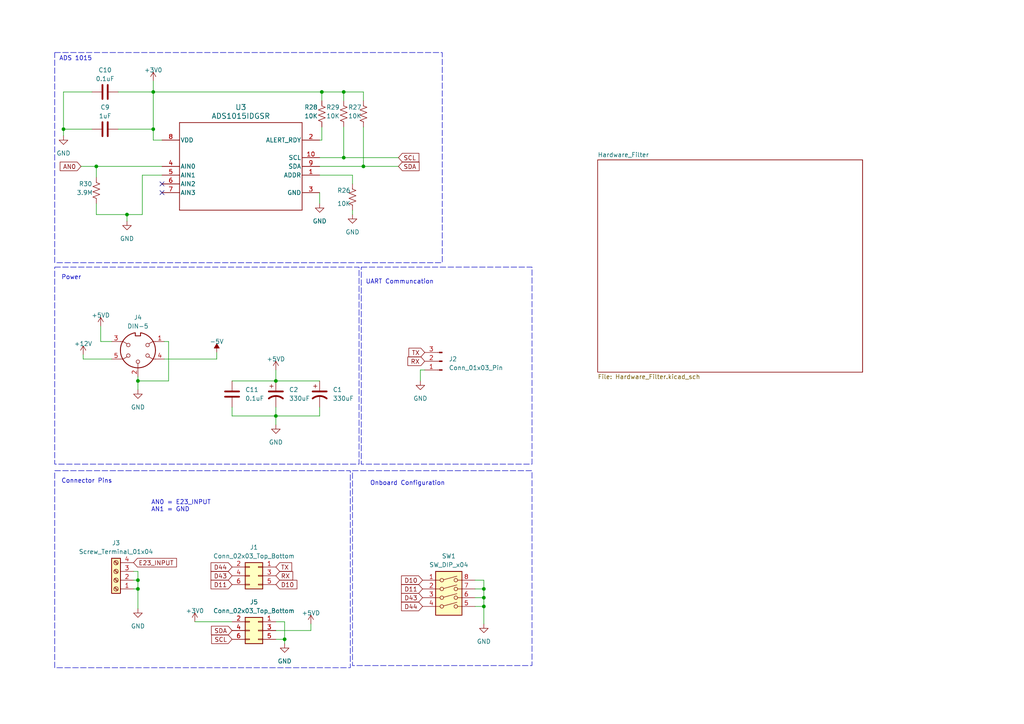
<source format=kicad_sch>
(kicad_sch (version 20231120) (generator "eeschema") (generator_version "8.0")
  (paper "A4")
  (title_block (title "Current Monitoring System (Bottom Board)") (date "2024-03-05") (rev "C1.04") (company "Secured Solutions Group") (comment 1 "David Nguyen") (comment 2 "david@securedsolutionsgroup.com") (comment 3 "(909)-896-1654"))
  (lib_symbols
    (symbol "Connector:Conn_01x03_Pin" (pin_names (offset 1.016) hide)
      (property "Reference" "J" (at 0 5.08 0))
      (property "Value" "Conn_01x03_Pin" (at 0 -5.08 0))
      (symbol "Conn_01x03_Pin_1_1"
        (polyline (pts (xy 1.27 -2.54) (xy 0.8636 -2.54)) (stroke (width 0.1524)))
        (polyline (pts (xy 1.27 0) (xy 0.8636 0)) (stroke (width 0.1524)))
        (polyline (pts (xy 1.27 2.54) (xy 0.8636 2.54)) (stroke (width 0.1524)))
        (rectangle (start 0.8636 -2.413) (end 0 -2.667) (stroke (width 0.1524)) (fill (type outline)))
        (rectangle (start 0.8636 0.127) (end 0 -0.127) (stroke (width 0.1524)) (fill (type outline)))
        (rectangle (start 0.8636 2.667) (end 0 2.413) (stroke (width 0.1524)) (fill (type outline)))
        (pin passive line (at 5.08 2.54 180) (length 3.81) (name "Pin_1") (number "1"))
        (pin passive line (at 5.08 0 180) (length 3.81) (name "Pin_2") (number "2"))
        (pin passive line (at 5.08 -2.54 180) (length 3.81) (name "Pin_3") (number "3"))
      )
    )
    (symbol "Connector:DIN-5" (pin_names (offset 1.016))
      (property "Reference" "J5" (at -0.0001 9.525 0))
      (property "Value" "DIN-5" (at -0.0001 6.985 0))
      (symbol "DIN-5_0_1"
        (arc (start -5.08 0) (mid -3.8609 -3.3364) (end -0.762 -5.08) (stroke (width 0.254)))
        (circle (center -2.794 -1.524) (radius 0.508))
        (circle (center -2.794 1.524) (radius 0.508))
        (polyline (pts (xy 0 5.08) (xy 0 3.81)))
        (polyline (pts (xy -5.08 -2.54) (xy -4.318 -2.54) (xy -3.175 -1.905)))
        (polyline (pts (xy -5.08 2.54) (xy -4.318 2.54) (xy -3.175 1.905)))
        (polyline (pts (xy 5.08 -2.54) (xy 4.318 -2.54) (xy 3.175 -1.905)))
        (polyline (pts (xy 5.08 2.54) (xy 4.318 2.54) (xy 3.175 1.905)))
        (polyline (pts (xy -0.762 -4.953) (xy -0.762 -4.191) (xy 0.762 -4.191) (xy 0.762 -4.953)) (stroke (width 0.254)))
        (circle (center 0 3.302) (radius 0.508))
        (arc (start 0.762 -5.08) (mid 3.8685 -3.343) (end 5.08 0) (stroke (width 0.254)))
        (circle (center 2.794 -1.524) (radius 0.508))
        (circle (center 2.794 1.524) (radius 0.508))
        (arc (start 5.08 0) (mid 0 5.0579) (end -5.08 0) (stroke (width 0.254)))
      )
      (symbol "DIN-5_1_1"
        (pin passive line (at -7.62 -2.54 0) (length 2.54) (name "~") (number "1"))
        (pin passive line (at 0 7.62 270) (length 2.54) (name "~") (number "2"))
        (pin passive line (at 7.62 -2.54 180) (length 2.54) (name "~") (number "3"))
        (pin passive line (at -7.62 2.54 0) (length 2.54) (name "~") (number "4"))
        (pin passive line (at 7.62 2.54 180) (length 2.54) (name "~") (number "5"))
      )
    )
    (symbol "Connector:Screw_Terminal_01x04" (pin_names (offset 1.016) hide)
      (property "Reference" "J" (at 0 5.08 0))
      (property "Value" "Screw_Terminal_01x04" (at 0 -7.62 0))
      (symbol "Screw_Terminal_01x04_1_1"
        (rectangle (start -1.27 3.81) (end 1.27 -6.35) (stroke (width 0.254)) (fill (type background)))
        (circle (center 0 -5.08) (radius 0.635) (stroke (width 0.1524)))
        (circle (center 0 -2.54) (radius 0.635) (stroke (width 0.1524)))
        (polyline (pts (xy -0.5334 -4.7498) (xy 0.3302 -5.588)) (stroke (width 0.1524)))
        (polyline (pts (xy -0.5334 -2.2098) (xy 0.3302 -3.048)) (stroke (width 0.1524)))
        (polyline (pts (xy -0.5334 0.3302) (xy 0.3302 -0.508)) (stroke (width 0.1524)))
        (polyline (pts (xy -0.5334 2.8702) (xy 0.3302 2.032)) (stroke (width 0.1524)))
        (polyline (pts (xy -0.3556 -4.572) (xy 0.508 -5.4102)) (stroke (width 0.1524)))
        (polyline (pts (xy -0.3556 -2.032) (xy 0.508 -2.8702)) (stroke (width 0.1524)))
        (polyline (pts (xy -0.3556 0.508) (xy 0.508 -0.3302)) (stroke (width 0.1524)))
        (polyline (pts (xy -0.3556 3.048) (xy 0.508 2.2098)) (stroke (width 0.1524)))
        (circle (center 0 0) (radius 0.635) (stroke (width 0.1524)))
        (circle (center 0 2.54) (radius 0.635) (stroke (width 0.1524)))
        (pin passive line (at -5.08 2.54 0) (length 3.81) (name "Pin_1") (number "1"))
        (pin passive line (at -5.08 0 0) (length 3.81) (name "Pin_2") (number "2"))
        (pin passive line (at -5.08 -2.54 0) (length 3.81) (name "Pin_3") (number "3"))
        (pin passive line (at -5.08 -5.08 0) (length 3.81) (name "Pin_4") (number "4"))
      )
    )
    (symbol "Connector_Generic:Conn_02x03_Odd_Even" (pin_names (offset 1.016) hide)
      (property "Reference" "J" (at 1.27 5.08 0))
      (property "Value" "Conn_02x03_Odd_Even" (at 1.27 -5.08 0))
      (symbol "Conn_02x03_Odd_Even_1_1"
        (rectangle (start -1.27 -2.413) (end 0 -2.667) (stroke (width 0.1524)))
        (rectangle (start -1.27 0.127) (end 0 -0.127) (stroke (width 0.1524)))
        (rectangle (start -1.27 2.667) (end 0 2.413) (stroke (width 0.1524)))
        (rectangle (start -1.27 3.81) (end 3.81 -3.81) (stroke (width 0.254)) (fill (type background)))
        (rectangle (start 3.81 -2.413) (end 2.54 -2.667) (stroke (width 0.1524)))
        (rectangle (start 3.81 0.127) (end 2.54 -0.127) (stroke (width 0.1524)))
        (rectangle (start 3.81 2.667) (end 2.54 2.413) (stroke (width 0.1524)))
        (pin passive line (at -5.08 2.54 0) (length 3.81) (name "Pin_1") (number "1"))
        (pin passive line (at 7.62 2.54 180) (length 3.81) (name "Pin_2") (number "2"))
        (pin passive line (at -5.08 0 0) (length 3.81) (name "Pin_3") (number "3"))
        (pin passive line (at 7.62 0 180) (length 3.81) (name "Pin_4") (number "4"))
        (pin passive line (at -5.08 -2.54 0) (length 3.81) (name "Pin_5") (number "5"))
        (pin passive line (at 7.62 -2.54 180) (length 3.81) (name "Pin_6") (number "6"))
      )
    )
    (symbol "Device:C" (pin_numbers hide) (pin_names (offset 0.254))
      (property "Reference" "C" (at 0.635 2.54 0))
      (property "Value" "C" (at 0.635 -2.54 0))
      (symbol "C_0_1"
        (polyline (pts (xy -2.032 -0.762) (xy 2.032 -0.762)) (stroke (width 0.508)))
        (polyline (pts (xy -2.032 0.762) (xy 2.032 0.762)) (stroke (width 0.508)))
      )
      (symbol "C_1_1"
        (pin passive line (at 0 3.81 270) (length 2.794) (name "~") (number "1"))
        (pin passive line (at 0 -3.81 90) (length 2.794) (name "~") (number "2"))
      )
    )
    (symbol "Device:C_Polarized_US" (pin_numbers hide) (pin_names (offset 0.254) hide)
      (property "Reference" "C" (at 0.635 2.54 0))
      (property "Value" "C_Polarized_US" (at 0.635 -2.54 0))
      (symbol "C_Polarized_US_0_1"
        (polyline (pts (xy -2.032 0.762) (xy 2.032 0.762)) (stroke (width 0.508)))
        (polyline (pts (xy -1.778 2.286) (xy -0.762 2.286)))
        (polyline (pts (xy -1.27 1.778) (xy -1.27 2.794)))
        (arc (start 2.032 -1.27) (mid 0 -0.5572) (end -2.032 -1.27) (stroke (width 0.508)))
      )
      (symbol "C_Polarized_US_1_1"
        (pin passive line (at 0 3.81 270) (length 2.794) (name "~") (number "1"))
        (pin passive line (at 0 -3.81 90) (length 3.302) (name "~") (number "2"))
      )
    )
    (symbol "Device:R_US" (pin_numbers hide) (pin_names (offset 0))
      (property "Reference" "R" (at 2.54 0 90))
      (property "Value" "R_US" (at -2.54 0 90))
      (symbol "R_US_0_1"
        (polyline (pts (xy 0 -2.286) (xy 0 -2.54)))
        (polyline (pts (xy 0 2.286) (xy 0 2.54)))
        (polyline (pts (xy 0 -0.762) (xy 1.016 -1.143) (xy 0 -1.524) (xy -1.016 -1.905) (xy 0 -2.286)))
        (polyline (pts (xy 0 0.762) (xy 1.016 0.381) (xy 0 0) (xy -1.016 -0.381) (xy 0 -0.762)))
        (polyline (pts (xy 0 2.286) (xy 1.016 1.905) (xy 0 1.524) (xy -1.016 1.143) (xy 0 0.762)))
      )
      (symbol "R_US_1_1"
        (pin passive line (at 0 3.81 270) (length 1.27) (name "~") (number "1"))
        (pin passive line (at 0 -3.81 90) (length 1.27) (name "~") (number "2"))
      )
    )
    (symbol "Switch:SW_DIP_x04" (pin_names (offset 0) hide)
      (property "Reference" "SW" (at 0 8.89 0))
      (property "Value" "SW_DIP_x04" (at 0 -6.35 0))
      (symbol "SW_DIP_x04_0_0"
        (circle (center -2.032 -2.54) (radius 0.508))
        (circle (center -2.032 0) (radius 0.508))
        (circle (center -2.032 2.54) (radius 0.508))
        (circle (center -2.032 5.08) (radius 0.508))
        (polyline (pts (xy -1.524 -2.3876) (xy 2.3622 -1.3462)))
        (polyline (pts (xy -1.524 0.127) (xy 2.3622 1.1684)))
        (polyline (pts (xy -1.524 2.667) (xy 2.3622 3.7084)))
        (polyline (pts (xy -1.524 5.207) (xy 2.3622 6.2484)))
        (circle (center 2.032 -2.54) (radius 0.508))
        (circle (center 2.032 0) (radius 0.508))
        (circle (center 2.032 2.54) (radius 0.508))
        (circle (center 2.032 5.08) (radius 0.508))
      )
      (symbol "SW_DIP_x04_0_1"
        (rectangle (start -3.81 7.62) (end 3.81 -5.08) (stroke (width 0.254)) (fill (type background)))
      )
      (symbol "SW_DIP_x04_1_1"
        (pin passive line (at -7.62 5.08 0) (length 5.08) (name "~") (number "1"))
        (pin passive line (at -7.62 2.54 0) (length 5.08) (name "~") (number "2"))
        (pin passive line (at -7.62 0 0) (length 5.08) (name "~") (number "3"))
        (pin passive line (at -7.62 -2.54 0) (length 5.08) (name "~") (number "4"))
        (pin passive line (at 7.62 -2.54 180) (length 5.08) (name "~") (number "5"))
        (pin passive line (at 7.62 0 180) (length 5.08) (name "~") (number "6"))
        (pin passive line (at 7.62 2.54 180) (length 5.08) (name "~") (number "7"))
        (pin passive line (at 7.62 5.08 180) (length 5.08) (name "~") (number "8"))
      )
    )
    (symbol "ads1015:ADS1015IDGSR" (pin_names (offset 0.254))
      (property "Reference" "U" (at 0 2.54 0))
      (property "Value" "ADS1015IDGSR" (at 0 0 0))
      (symbol "ADS1015IDGSR_0_1"
        (polyline (pts (xy -17.78 -12.7) (xy 17.78 -12.7)) (stroke (width 0.2032)))
        (polyline (pts (xy -17.78 12.7) (xy -17.78 -12.7)) (stroke (width 0.2032)))
        (polyline (pts (xy 17.78 -12.7) (xy 17.78 12.7)) (stroke (width 0.2032)))
        (polyline (pts (xy 17.78 12.7) (xy -17.78 12.7)) (stroke (width 0.2032)))
        (pin input line (at 22.86 -2.54 180) (length 5.08) (name "ADDR") (number "1"))
        (pin input line (at 22.86 2.54 180) (length 5.08) (name "SCL") (number "10"))
        (pin output line (at 22.86 7.62 180) (length 5.08) (name "ALERT_RDY") (number "2"))
        (pin power_in line (at 22.86 -7.62 180) (length 5.08) (name "GND") (number "3"))
        (pin input line (at -22.86 0 0) (length 5.08) (name "AIN0") (number "4"))
        (pin input line (at -22.86 -2.54 0) (length 5.08) (name "AIN1") (number "5"))
        (pin input line (at -22.86 -5.08 0) (length 5.08) (name "AIN2") (number "6"))
        (pin input line (at -22.86 -7.62 0) (length 5.08) (name "AIN3") (number "7"))
        (pin power_in line (at -22.86 7.62 0) (length 5.08) (name "VDD") (number "8"))
        (pin bidirectional line (at 22.86 0 180) (length 5.08) (name "SDA") (number "9"))
      )
    )
    (symbol "power:+12V" (power) (pin_names (offset 0))
      (property "Value" "+12V" (at 0 3.556 0))
      (symbol "+12V_0_1"
        (polyline (pts (xy -0.762 1.27) (xy 0 2.54)))
        (polyline (pts (xy 0 0) (xy 0 2.54)))
        (polyline (pts (xy 0 2.54) (xy 0.762 1.27)))
      )
      (symbol "+12V_1_1"
        (pin power_in line (at 0 0 90) (length 0) hide (name "+12V") (number "1"))
      )
    )
    (symbol "power:+3V0" (power) (pin_names (offset 0))
      (property "Value" "+3V0" (at 0 3.556 0))
      (symbol "+3V0_0_1"
        (polyline (pts (xy -0.762 1.27) (xy 0 2.54)))
        (polyline (pts (xy 0 0) (xy 0 2.54)))
        (polyline (pts (xy 0 2.54) (xy 0.762 1.27)))
      )
      (symbol "+3V0_1_1"
        (pin power_in line (at 0 0 90) (length 0) hide (name "+3V0") (number "1"))
      )
    )
    (symbol "power:+5VD" (power) (pin_names (offset 0))
      (property "Value" "+5VD" (at 0 3.556 0))
      (symbol "+5VD_0_1"
        (polyline (pts (xy -0.762 1.27) (xy 0 2.54)))
        (polyline (pts (xy 0 0) (xy 0 2.54)))
        (polyline (pts (xy 0 2.54) (xy 0.762 1.27)))
      )
      (symbol "+5VD_1_1"
        (pin power_in line (at 0 0 90) (length 0) hide (name "+5VD") (number "1"))
      )
    )
    (symbol "power:-5V" (power) (pin_names (offset 0))
      (property "Value" "-5V" (at 0 3.81 0))
      (symbol "-5V_0_0"
        (pin power_in line (at 0 0 90) (length 0) hide (name "-5V") (number "1"))
      )
      (symbol "-5V_0_1"
        (polyline (pts (xy 0 0) (xy 0 1.27) (xy 0.762 1.27) (xy 0 2.54) (xy -0.762 1.27) (xy 0 1.27)) (fill (type outline)))
      )
    )
    (symbol "power:GND" (power) (pin_names (offset 0))
      (property "Value" "GND" (at 0 -3.81 0))
      (symbol "GND_0_1"
        (polyline (pts (xy 0 0) (xy 0 -1.27) (xy 1.27 -1.27) (xy 0 -2.54) (xy -1.27 -1.27) (xy 0 -1.27)))
      )
      (symbol "GND_1_1"
        (pin power_in line (at 0 0 270) (length 0) hide (name "GND") (number "1"))
      )
    )
  )
  (junction (at 80.01 120.65))
  (junction (at 93.345 26.67))
  (junction (at 40.005 110.49))
  (junction (at 40.005 168.275))
  (junction (at 140.335 173.355))
  (junction (at 140.335 170.815))
  (junction (at 18.415 37.465))
  (junction (at 36.83 62.23))
  (junction (at 99.695 26.67))
  (junction (at 140.335 175.895))
  (junction (at 82.55 185.42))
  (junction (at 27.94 48.26))
  (junction (at 40.005 170.815))
  (junction (at 44.45 26.67))
  (junction (at 99.695 45.72))
  (junction (at 105.41 48.26))
  (junction (at 80.01 110.49))
  (junction (at 44.45 37.465))
  (no_connect (at 46.99 53.34))
  (no_connect (at 46.99 55.88))
  (wire (pts (xy 40.005 170.815) (xy 40.005 176.53)))
  (wire (pts (xy 27.94 62.23) (xy 36.83 62.23)))
  (wire (pts (xy 92.71 45.72) (xy 99.695 45.72)))
  (wire (pts (xy 40.005 113.03) (xy 40.005 110.49)))
  (wire (pts (xy 47.625 99.06) (xy 48.895 99.06)))
  (wire (pts (xy 93.345 36.83) (xy 93.345 40.64)))
  (wire (pts (xy 29.21 99.06) (xy 32.385 99.06)))
  (wire (pts (xy 41.275 50.8) (xy 41.275 62.23)))
  (wire (pts (xy 67.31 120.65) (xy 80.01 120.65)))
  (wire (pts (xy 18.415 26.67) (xy 18.415 37.465)))
  (wire (pts (xy 140.335 168.275) (xy 137.795 168.275)))
  (wire (pts (xy 67.31 110.49) (xy 80.01 110.49)))
  (wire (pts (xy 93.345 26.67) (xy 99.695 26.67)))
  (wire (pts (xy 105.41 36.83) (xy 105.41 48.26)))
  (wire (pts (xy 40.005 168.275) (xy 38.735 168.275)))
  (wire (pts (xy 24.13 104.14) (xy 32.385 104.14)))
  (wire (pts (xy 82.55 180.34) (xy 82.55 185.42)))
  (wire (pts (xy 140.335 170.815) (xy 140.335 168.275)))
  (wire (pts (xy 80.01 123.19) (xy 80.01 120.65)))
  (wire (pts (xy 82.55 185.42) (xy 80.01 185.42)))
  (wire (pts (xy 44.45 26.67) (xy 44.45 37.465)))
  (wire (pts (xy 44.45 37.465) (xy 44.45 40.64)))
  (wire (pts (xy 67.31 118.11) (xy 67.31 120.65)))
  (wire (pts (xy 38.735 165.735) (xy 40.005 165.735)))
  (wire (pts (xy 27.94 51.435) (xy 27.94 48.26)))
  (wire (pts (xy 36.83 62.23) (xy 36.83 64.135)))
  (wire (pts (xy 99.695 36.83) (xy 99.695 45.72)))
  (wire (pts (xy 137.795 173.355) (xy 140.335 173.355)))
  (wire (pts (xy 99.695 29.21) (xy 99.695 26.67)))
  (wire (pts (xy 27.94 48.26) (xy 46.99 48.26)))
  (wire (pts (xy 80.01 107.315) (xy 80.01 110.49)))
  (wire (pts (xy 62.865 102.235) (xy 62.865 104.14)))
  (wire (pts (xy 140.335 173.355) (xy 140.335 170.815)))
  (wire (pts (xy 102.235 62.23) (xy 102.235 60.96)))
  (wire (pts (xy 92.71 55.88) (xy 92.71 59.055)))
  (wire (pts (xy 140.335 175.895) (xy 140.335 173.355)))
  (wire (pts (xy 44.45 40.64) (xy 46.99 40.64)))
  (wire (pts (xy 56.515 180.34) (xy 67.31 180.34)))
  (wire (pts (xy 34.29 37.465) (xy 44.45 37.465)))
  (wire (pts (xy 40.005 165.735) (xy 40.005 168.275)))
  (wire (pts (xy 62.865 104.14) (xy 47.625 104.14)))
  (wire (pts (xy 102.235 50.8) (xy 102.235 53.34)))
  (wire (pts (xy 92.71 40.64) (xy 93.345 40.64)))
  (wire (pts (xy 92.71 120.65) (xy 80.01 120.65)))
  (wire (pts (xy 26.67 37.465) (xy 18.415 37.465)))
  (wire (pts (xy 137.795 170.815) (xy 140.335 170.815)))
  (wire (pts (xy 44.45 23.495) (xy 44.45 26.67)))
  (wire (pts (xy 48.895 110.49) (xy 40.005 110.49)))
  (wire (pts (xy 38.735 170.815) (xy 40.005 170.815)))
  (wire (pts (xy 24.13 102.87) (xy 24.13 104.14)))
  (wire (pts (xy 92.71 110.49) (xy 80.01 110.49)))
  (wire (pts (xy 92.71 48.26) (xy 105.41 48.26)))
  (wire (pts (xy 18.415 37.465) (xy 18.415 39.37)))
  (wire (pts (xy 34.29 26.67) (xy 44.45 26.67)))
  (wire (pts (xy 23.495 48.26) (xy 27.94 48.26)))
  (wire (pts (xy 44.45 26.67) (xy 93.345 26.67)))
  (wire (pts (xy 26.67 26.67) (xy 18.415 26.67)))
  (wire (pts (xy 140.335 180.975) (xy 140.335 175.895)))
  (wire (pts (xy 40.005 110.49) (xy 40.005 109.22)))
  (wire (pts (xy 80.01 182.88) (xy 90.17 182.88)))
  (wire (pts (xy 80.01 180.34) (xy 82.55 180.34)))
  (wire (pts (xy 40.005 170.815) (xy 40.005 168.275)))
  (wire (pts (xy 93.345 26.67) (xy 93.345 29.21)))
  (wire (pts (xy 29.21 94.615) (xy 29.21 99.06)))
  (wire (pts (xy 90.17 182.88) (xy 90.17 180.975)))
  (wire (pts (xy 121.92 107.315) (xy 123.19 107.315)))
  (wire (pts (xy 99.695 26.67) (xy 105.41 26.67)))
  (wire (pts (xy 48.895 99.06) (xy 48.895 110.49)))
  (wire (pts (xy 82.55 186.69) (xy 82.55 185.42)))
  (wire (pts (xy 99.695 45.72) (xy 115.57 45.72)))
  (wire (pts (xy 121.92 110.49) (xy 121.92 107.315)))
  (wire (pts (xy 92.71 118.11) (xy 92.71 120.65)))
  (wire (pts (xy 46.99 50.8) (xy 41.275 50.8)))
  (wire (pts (xy 80.01 120.65) (xy 80.01 118.11)))
  (wire (pts (xy 137.795 175.895) (xy 140.335 175.895)))
  (wire (pts (xy 92.71 50.8) (xy 102.235 50.8)))
  (wire (pts (xy 36.83 62.23) (xy 41.275 62.23)))
  (wire (pts (xy 105.41 48.26) (xy 115.57 48.26)))
  (wire (pts (xy 105.41 29.21) (xy 105.41 26.67)))
  (wire (pts (xy 27.94 59.055) (xy 27.94 62.23)))
  (rectangle (start 15.875 136.525) (end 101.6 193.675) (stroke (width 0) (type dash)))
  (rectangle (start 15.875 77.47) (end 104.14 134.62) (stroke (width 0) (type dash)))
  (rectangle (start 15.875 15.24) (end 128.27 76.2) (stroke (width 0) (type dash)))
  (rectangle (start 104.775 77.47) (end 154.305 134.62) (stroke (width 0) (type dash)))
  (rectangle (start 102.235 136.525) (end 154.305 193.04) (stroke (width 0) (type dash)))
  (text "Connector Pins" (at 17.78 140.335 0) (effects (font (size 1.27 1.27)) (justify left bottom)))
  (text "AN0 = E23_INPUT\nAN1 = GND" (at 43.815 148.59 0) (effects (font (size 1.27 1.27)) (justify left bottom)))
  (text "Power" (at 17.78 81.28 0) (effects (font (size 1.27 1.27)) (justify left bottom)))
  (text "Onboard Configuration" (at 107.315 140.97 0) (effects (font (size 1.27 1.27)) (justify left bottom)))
  (text "ADS 1015" (at 17.145 17.78 0) (effects (font (size 1.27 1.27)) (justify left bottom)))
  (text "UART Communcation" (at 106.045 82.55 0) (effects (font (size 1.27 1.27)) (justify left bottom)))
  (global_label "D11" (shape input) (at 67.31 169.545 180) (property "Intersheetrefs" "${INTERSHEET_REFS}" (effects (hide yes))))
  (global_label "SCL" (shape input) (at 67.31 185.42 180) (property "Intersheetrefs" "${INTERSHEET_REFS}" (effects (hide yes))))
  (global_label "SDA" (shape input) (at 115.57 48.26 0) (property "Intersheetrefs" "${INTERSHEET_REFS}" (effects (hide yes))))
  (global_label "D43" (shape input) (at 67.31 167.005 180) (property "Intersheetrefs" "${INTERSHEET_REFS}" (effects (hide yes))))
  (global_label "TX" (shape input) (at 123.19 102.235 180) (property "Intersheetrefs" "${INTERSHEET_REFS}" (effects (hide yes))))
  (global_label "E23_INPUT" (shape input) (at 38.735 163.195 0) (property "Intersheetrefs" "${INTERSHEET_REFS}" (effects (hide yes))))
  (global_label "SDA" (shape input) (at 67.31 182.88 180) (property "Intersheetrefs" "${INTERSHEET_REFS}" (effects (hide yes))))
  (global_label "RX" (shape input) (at 80.01 167.005 0) (property "Intersheetrefs" "${INTERSHEET_REFS}" (effects (hide yes))))
  (global_label "D10" (shape input) (at 122.555 168.275 180) (property "Intersheetrefs" "${INTERSHEET_REFS}" (effects (hide yes))))
  (global_label "D10" (shape input) (at 80.01 169.545 0) (property "Intersheetrefs" "${INTERSHEET_REFS}" (effects (hide yes))))
  (global_label "D44" (shape input) (at 122.555 175.895 180) (property "Intersheetrefs" "${INTERSHEET_REFS}" (effects (hide yes))))
  (global_label "D11" (shape input) (at 122.555 170.815 180) (property "Intersheetrefs" "${INTERSHEET_REFS}" (effects (hide yes))))
  (global_label "SCL" (shape input) (at 115.57 45.72 0) (property "Intersheetrefs" "${INTERSHEET_REFS}" (effects (hide yes))))
  (global_label "RX" (shape input) (at 123.19 104.775 180) (property "Intersheetrefs" "${INTERSHEET_REFS}" (effects (hide yes))))
  (global_label "AN0" (shape input) (at 23.495 48.26 180) (property "Intersheetrefs" "${INTERSHEET_REFS}" (effects (hide yes))))
  (global_label "D44" (shape input) (at 67.31 164.465 180) (property "Intersheetrefs" "${INTERSHEET_REFS}" (effects (hide yes))))
  (global_label "D43" (shape input) (at 122.555 173.355 180) (property "Intersheetrefs" "${INTERSHEET_REFS}" (effects (hide yes))))
  (global_label "TX" (shape input) (at 80.01 164.465 0) (property "Intersheetrefs" "${INTERSHEET_REFS}" (effects (hide yes))))
  (symbol (lib_id "Connector:Screw_Terminal_01x04") (at 33.655 168.275 180) (unit 1)
    (property "Reference" "J3" (at 33.655 157.48 0))
    (property "Value" "Screw_Terminal_01x04" (at 33.655 160.02 0))
    (property "Footprint" "bot_lib:Terminal_Strip_4_Pin" (effects (hide yes)))
  )
  (symbol (lib_id "Connector_Generic:Conn_02x03_Odd_Even") (at 74.93 182.88 0) (mirror y) (unit 1)
    (property "Reference" "J5" (at 73.66 174.625 0))
    (property "Value" "Conn_02x03_Top_Bottom" (at 73.66 177.165 0))
    (property "Footprint" "bot_lib:PinSocket_2x03_P2.54mm_Vertical" (effects (hide yes)))
  )
  (symbol (lib_id "Device:C_Polarized_US") (at 92.71 114.3 0) (unit 1)
    (property "Reference" "C1" (at 96.52 113.03 0) (effects (justify left)))
    (property "Value" "330uF" (at 96.52 115.57 0) (effects (justify left)))
    (property "Footprint" "Capacitor_THT:CP_Radial_D10.0mm_P5.00mm" (effects (hide yes)))
  )
  (symbol (lib_id "Device:R_US") (at 27.94 55.245 0) (unit 1)
    (property "Reference" "R30" (at 22.86 53.34 0) (effects (justify left)))
    (property "Value" "3.9M" (at 22.225 55.88 0) (effects (justify left)))
    (property "Footprint" "Resistor_SMD:R_0603_1608Metric" (effects (hide yes)))
  )
  (symbol (lib_id "power:GND") (at 102.235 62.23 0) (unit 1)
    (property "Reference" "#PWR015" (effects (hide yes)))
    (property "Value" "GND" (at 102.235 67.31 0))
  )
  (symbol (lib_id "power:GND") (at 36.83 64.135 0) (unit 1)
    (property "Reference" "#PWR04" (effects (hide yes)))
    (property "Value" "GND" (at 36.83 69.215 0))
  )
  (symbol (lib_id "Device:C") (at 30.48 37.465 90) (unit 1)
    (property "Reference" "C9" (at 30.48 31.115 90))
    (property "Value" "1uF" (at 30.48 33.655 90))
    (property "Footprint" "Capacitor_SMD:C_0603_1608Metric" (effects (hide yes)))
  )
  (symbol (lib_id "ads1015:ADS1015IDGSR") (at 69.85 48.26 0) (unit 1)
    (property "Reference" "U3" (at 69.85 31.115 0) (effects (font (size 1.524 1.524))))
    (property "Value" "ADS1015IDGSR" (at 69.85 33.655 0) (effects (font (size 1.524 1.524))))
    (property "Footprint" "bot_lib:DGS0010A_N" (effects (hide yes)))
    (property "Datasheet" "ADS1015IDGSR" (effects (hide yes)))
  )
  (symbol (lib_id "power:+5VD") (at 80.01 107.315 0) (unit 1)
    (property "Reference" "#PWR010" (effects (hide yes)))
    (property "Value" "+5VD" (at 80.01 104.14 0))
  )
  (symbol (lib_id "Switch:SW_DIP_x04") (at 130.175 173.355 0) (unit 1)
    (property "Reference" "SW1" (at 130.175 161.29 0))
    (property "Value" "SW_DIP_x04" (at 130.175 163.83 0))
    (property "Footprint" "Button_Switch_THT:SW_DIP_SPSTx04_Slide_9.78x12.34mm_W7.62mm_P2.54mm" (effects (hide yes)))
  )
  (symbol (lib_id "power:GND") (at 121.92 110.49 0) (unit 1)
    (property "Reference" "#PWR016" (effects (hide yes)))
    (property "Value" "GND" (at 121.92 115.57 0))
  )
  (symbol (lib_id "power:+3V0") (at 56.515 180.34 0) (unit 1)
    (property "Reference" "#PWR08" (effects (hide yes)))
    (property "Value" "+3V0" (at 56.515 177.165 0))
  )
  (symbol (lib_id "power:GND") (at 40.005 176.53 0) (unit 1)
    (property "Reference" "#PWR06" (effects (hide yes)))
    (property "Value" "GND" (at 40.005 181.61 0))
  )
  (symbol (lib_id "Connector_Generic:Conn_02x03_Odd_Even") (at 74.93 167.005 0) (mirror y) (unit 1)
    (property "Reference" "J1" (at 73.66 158.75 0))
    (property "Value" "Conn_02x03_Top_Bottom" (at 73.66 161.29 0))
    (property "Footprint" "bot_lib:PinSocket_2x03_P2.54mm_Vertical" (effects (hide yes)))
  )
  (symbol (lib_id "Device:R_US") (at 93.345 33.02 0) (unit 1)
    (property "Reference" "R28" (at 88.265 31.115 0) (effects (justify left)))
    (property "Value" "10K" (at 88.265 33.655 0) (effects (justify left)))
    (property "Footprint" "Resistor_SMD:R_0603_1608Metric" (effects (hide yes)))
  )
  (symbol (lib_id "power:GND") (at 140.335 180.975 0) (unit 1)
    (property "Reference" "#PWR017" (effects (hide yes)))
    (property "Value" "GND" (at 140.335 186.055 0))
  )
  (symbol (lib_id "power:+3V0") (at 44.45 23.495 0) (unit 1)
    (property "Reference" "#PWR07" (effects (hide yes)))
    (property "Value" "+3V0" (at 44.45 20.32 0))
  )
  (symbol (lib_id "Connector:Conn_01x03_Pin") (at 128.27 104.775 180) (unit 1)
    (property "Reference" "J2" (at 130.175 104.14 0) (effects (justify right)))
    (property "Value" "Conn_01x03_Pin" (at 130.175 106.68 0) (effects (justify right)))
    (property "Footprint" "Connector_PinHeader_2.54mm:PinHeader_1x03_P2.54mm_Vertical" (effects (hide yes)))
  )
  (symbol (lib_id "Device:C_Polarized_US") (at 80.01 114.3 0) (unit 1)
    (property "Reference" "C2" (at 83.82 113.03 0) (effects (justify left)))
    (property "Value" "330uF" (at 83.82 115.57 0) (effects (justify left)))
    (property "Footprint" "Capacitor_THT:CP_Radial_D10.0mm_P5.00mm" (effects (hide yes)))
  )
  (symbol (lib_id "power:+12V") (at 24.13 102.87 0) (unit 1)
    (property "Reference" "#PWR02" (effects (hide yes)))
    (property "Value" "+12V" (at 24.13 99.695 0))
  )
  (symbol (lib_id "Device:R_US") (at 102.235 57.15 0) (unit 1)
    (property "Reference" "R26" (at 97.79 55.245 0) (effects (justify left)))
    (property "Value" "10K" (at 97.79 59.055 0) (effects (justify left)))
    (property "Footprint" "Resistor_SMD:R_0603_1608Metric" (effects (hide yes)))
  )
  (symbol (lib_id "power:GND") (at 82.55 186.69 0) (unit 1)
    (property "Reference" "#PWR012" (effects (hide yes)))
    (property "Value" "GND" (at 82.55 191.77 0))
  )
  (symbol (lib_id "Device:C") (at 67.31 114.3 0) (unit 1)
    (property "Reference" "C11" (at 71.12 113.03 0) (effects (justify left)))
    (property "Value" "0.1uF" (at 71.12 115.57 0) (effects (justify left)))
    (property "Footprint" "Capacitor_SMD:C_0603_1608Metric" (effects (hide yes)))
  )
  (symbol (lib_id "power:GND") (at 40.005 113.03 0) (unit 1)
    (property "Reference" "#PWR05" (effects (hide yes)))
    (property "Value" "GND" (at 40.005 118.11 0))
  )
  (symbol (lib_id "power:GND") (at 18.415 39.37 0) (unit 1)
    (property "Reference" "#PWR01" (effects (hide yes)))
    (property "Value" "GND" (at 18.415 44.45 0))
  )
  (symbol (lib_id "Device:C") (at 30.48 26.67 90) (unit 1)
    (property "Reference" "C10" (at 30.48 20.32 90))
    (property "Value" "0.1uF" (at 30.48 22.86 90))
    (property "Footprint" "Capacitor_SMD:C_0603_1608Metric" (effects (hide yes)))
  )
  (symbol (lib_id "Device:R_US") (at 105.41 33.02 0) (unit 1)
    (property "Reference" "R27" (at 100.965 31.115 0) (effects (justify left)))
    (property "Value" "10K" (at 100.965 33.655 0) (effects (justify left)))
    (property "Footprint" "Resistor_SMD:R_0603_1608Metric" (effects (hide yes)))
  )
  (symbol (lib_id "Connector:DIN-5") (at 40.005 101.6 180) (unit 1)
    (property "Reference" "J4" (at 40.0049 92.075 0))
    (property "Value" "DIN-5" (at 40.0049 94.615 0))
    (property "Footprint" "bot_lib:DIN_5_PIN" (effects (hide yes)))
    (property "Datasheet" "http://www.mouser.com/ds/2/18/40_c091_abd_e-75918.pdf" (effects (hide yes)))
  )
  (symbol (lib_id "power:+5VD") (at 90.17 180.975 0) (unit 1)
    (property "Reference" "#PWR013" (effects (hide yes)))
    (property "Value" "+5VD" (at 90.17 177.8 0))
  )
  (symbol (lib_id "power:GND") (at 80.01 123.19 0) (unit 1)
    (property "Reference" "#PWR011" (effects (hide yes)))
    (property "Value" "GND" (at 80.01 128.27 0))
  )
  (symbol (lib_id "power:-5V") (at 62.865 102.235 0) (unit 1)
    (property "Reference" "#PWR09" (effects (hide yes)))
    (property "Value" "-5V" (at 62.865 99.06 0))
  )
  (symbol (lib_id "Device:R_US") (at 99.695 33.02 0) (unit 1)
    (property "Reference" "R29" (at 94.615 31.115 0) (effects (justify left)))
    (property "Value" "10K" (at 94.615 33.655 0) (effects (justify left)))
    (property "Footprint" "Resistor_SMD:R_0603_1608Metric" (effects (hide yes)))
  )
  (symbol (lib_id "power:+5VD") (at 29.21 94.615 0) (unit 1)
    (property "Reference" "#PWR03" (effects (hide yes)))
    (property "Value" "+5VD" (at 29.21 91.44 0))
  )
  (symbol (lib_id "power:GND") (at 92.71 59.055 0) (unit 1)
    (property "Reference" "#PWR014" (effects (hide yes)))
    (property "Value" "GND" (at 92.71 64.135 0))
  )
  (sheet (at 173.355 46.355) (size 76.835 61.595) (stroke (width 0.1524))
    (property "Sheetname" "Hardware_Filter" (at 173.355 45.6434 0) (effects (justify left bottom)))
    (property "Sheetfile" "Hardware_Filter.kicad_sch" (at 173.355 108.5346 0) (effects (justify left top)))
  )
)
</source>
